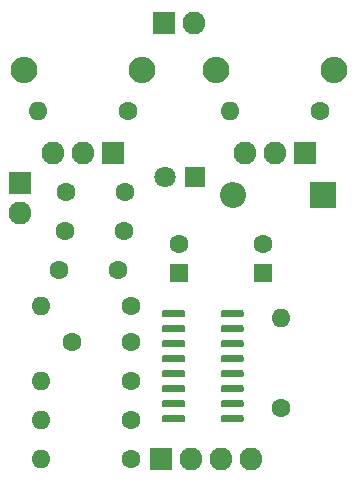
<source format=gts>
G04 #@! TF.GenerationSoftware,KiCad,Pcbnew,(5.99.0-1097-g51b994466)*
G04 #@! TF.CreationDate,2020-03-11T16:34:53+02:00*
G04 #@! TF.ProjectId,guanaco-rojo,6775616e-6163-46f2-9d72-6f6a6f2e6b69,rev?*
G04 #@! TF.SameCoordinates,Original*
G04 #@! TF.FileFunction,Soldermask,Top*
G04 #@! TF.FilePolarity,Negative*
%FSLAX46Y46*%
G04 Gerber Fmt 4.6, Leading zero omitted, Abs format (unit mm)*
G04 Created by KiCad (PCBNEW (5.99.0-1097-g51b994466)) date 2020-03-11 16:34:53*
%MOMM*%
%LPD*%
G01*
G04 APERTURE LIST*
%ADD10O,1.930400X1.930400*%
%ADD11R,1.930400X1.930400*%
%ADD12O,2.250000X2.250000*%
%ADD13C,1.800000*%
%ADD14R,1.800000X1.800000*%
%ADD15C,1.600000*%
%ADD16O,1.600000X1.600000*%
%ADD17O,2.200000X2.200000*%
%ADD18R,2.200000X2.200000*%
%ADD19R,1.600000X1.600000*%
G04 APERTURE END LIST*
D10*
X126746000Y-78994000D03*
D11*
X126746000Y-76454000D03*
D10*
X141478000Y-62865000D03*
D11*
X138938000Y-62865000D03*
G36*
X145597403Y-87214418D02*
G01*
X145646066Y-87246934D01*
X145678582Y-87295597D01*
X145690000Y-87353000D01*
X145690000Y-87653000D01*
X145678582Y-87710403D01*
X145646066Y-87759066D01*
X145597403Y-87791582D01*
X145540000Y-87803000D01*
X143890000Y-87803000D01*
X143832597Y-87791582D01*
X143783934Y-87759066D01*
X143751418Y-87710403D01*
X143740000Y-87653000D01*
X143740000Y-87353000D01*
X143751418Y-87295597D01*
X143783934Y-87246934D01*
X143832597Y-87214418D01*
X143890000Y-87203000D01*
X145540000Y-87203000D01*
X145597403Y-87214418D01*
G37*
G36*
X145597403Y-88484418D02*
G01*
X145646066Y-88516934D01*
X145678582Y-88565597D01*
X145690000Y-88623000D01*
X145690000Y-88923000D01*
X145678582Y-88980403D01*
X145646066Y-89029066D01*
X145597403Y-89061582D01*
X145540000Y-89073000D01*
X143890000Y-89073000D01*
X143832597Y-89061582D01*
X143783934Y-89029066D01*
X143751418Y-88980403D01*
X143740000Y-88923000D01*
X143740000Y-88623000D01*
X143751418Y-88565597D01*
X143783934Y-88516934D01*
X143832597Y-88484418D01*
X143890000Y-88473000D01*
X145540000Y-88473000D01*
X145597403Y-88484418D01*
G37*
G36*
X145597403Y-89754418D02*
G01*
X145646066Y-89786934D01*
X145678582Y-89835597D01*
X145690000Y-89893000D01*
X145690000Y-90193000D01*
X145678582Y-90250403D01*
X145646066Y-90299066D01*
X145597403Y-90331582D01*
X145540000Y-90343000D01*
X143890000Y-90343000D01*
X143832597Y-90331582D01*
X143783934Y-90299066D01*
X143751418Y-90250403D01*
X143740000Y-90193000D01*
X143740000Y-89893000D01*
X143751418Y-89835597D01*
X143783934Y-89786934D01*
X143832597Y-89754418D01*
X143890000Y-89743000D01*
X145540000Y-89743000D01*
X145597403Y-89754418D01*
G37*
G36*
X145597403Y-91024418D02*
G01*
X145646066Y-91056934D01*
X145678582Y-91105597D01*
X145690000Y-91163000D01*
X145690000Y-91463000D01*
X145678582Y-91520403D01*
X145646066Y-91569066D01*
X145597403Y-91601582D01*
X145540000Y-91613000D01*
X143890000Y-91613000D01*
X143832597Y-91601582D01*
X143783934Y-91569066D01*
X143751418Y-91520403D01*
X143740000Y-91463000D01*
X143740000Y-91163000D01*
X143751418Y-91105597D01*
X143783934Y-91056934D01*
X143832597Y-91024418D01*
X143890000Y-91013000D01*
X145540000Y-91013000D01*
X145597403Y-91024418D01*
G37*
G36*
X145597403Y-92294418D02*
G01*
X145646066Y-92326934D01*
X145678582Y-92375597D01*
X145690000Y-92433000D01*
X145690000Y-92733000D01*
X145678582Y-92790403D01*
X145646066Y-92839066D01*
X145597403Y-92871582D01*
X145540000Y-92883000D01*
X143890000Y-92883000D01*
X143832597Y-92871582D01*
X143783934Y-92839066D01*
X143751418Y-92790403D01*
X143740000Y-92733000D01*
X143740000Y-92433000D01*
X143751418Y-92375597D01*
X143783934Y-92326934D01*
X143832597Y-92294418D01*
X143890000Y-92283000D01*
X145540000Y-92283000D01*
X145597403Y-92294418D01*
G37*
G36*
X145597403Y-93564418D02*
G01*
X145646066Y-93596934D01*
X145678582Y-93645597D01*
X145690000Y-93703000D01*
X145690000Y-94003000D01*
X145678582Y-94060403D01*
X145646066Y-94109066D01*
X145597403Y-94141582D01*
X145540000Y-94153000D01*
X143890000Y-94153000D01*
X143832597Y-94141582D01*
X143783934Y-94109066D01*
X143751418Y-94060403D01*
X143740000Y-94003000D01*
X143740000Y-93703000D01*
X143751418Y-93645597D01*
X143783934Y-93596934D01*
X143832597Y-93564418D01*
X143890000Y-93553000D01*
X145540000Y-93553000D01*
X145597403Y-93564418D01*
G37*
G36*
X145597403Y-94834418D02*
G01*
X145646066Y-94866934D01*
X145678582Y-94915597D01*
X145690000Y-94973000D01*
X145690000Y-95273000D01*
X145678582Y-95330403D01*
X145646066Y-95379066D01*
X145597403Y-95411582D01*
X145540000Y-95423000D01*
X143890000Y-95423000D01*
X143832597Y-95411582D01*
X143783934Y-95379066D01*
X143751418Y-95330403D01*
X143740000Y-95273000D01*
X143740000Y-94973000D01*
X143751418Y-94915597D01*
X143783934Y-94866934D01*
X143832597Y-94834418D01*
X143890000Y-94823000D01*
X145540000Y-94823000D01*
X145597403Y-94834418D01*
G37*
G36*
X145597403Y-96104418D02*
G01*
X145646066Y-96136934D01*
X145678582Y-96185597D01*
X145690000Y-96243000D01*
X145690000Y-96543000D01*
X145678582Y-96600403D01*
X145646066Y-96649066D01*
X145597403Y-96681582D01*
X145540000Y-96693000D01*
X143890000Y-96693000D01*
X143832597Y-96681582D01*
X143783934Y-96649066D01*
X143751418Y-96600403D01*
X143740000Y-96543000D01*
X143740000Y-96243000D01*
X143751418Y-96185597D01*
X143783934Y-96136934D01*
X143832597Y-96104418D01*
X143890000Y-96093000D01*
X145540000Y-96093000D01*
X145597403Y-96104418D01*
G37*
G36*
X140647403Y-96104418D02*
G01*
X140696066Y-96136934D01*
X140728582Y-96185597D01*
X140740000Y-96243000D01*
X140740000Y-96543000D01*
X140728582Y-96600403D01*
X140696066Y-96649066D01*
X140647403Y-96681582D01*
X140590000Y-96693000D01*
X138940000Y-96693000D01*
X138882597Y-96681582D01*
X138833934Y-96649066D01*
X138801418Y-96600403D01*
X138790000Y-96543000D01*
X138790000Y-96243000D01*
X138801418Y-96185597D01*
X138833934Y-96136934D01*
X138882597Y-96104418D01*
X138940000Y-96093000D01*
X140590000Y-96093000D01*
X140647403Y-96104418D01*
G37*
G36*
X140647403Y-94834418D02*
G01*
X140696066Y-94866934D01*
X140728582Y-94915597D01*
X140740000Y-94973000D01*
X140740000Y-95273000D01*
X140728582Y-95330403D01*
X140696066Y-95379066D01*
X140647403Y-95411582D01*
X140590000Y-95423000D01*
X138940000Y-95423000D01*
X138882597Y-95411582D01*
X138833934Y-95379066D01*
X138801418Y-95330403D01*
X138790000Y-95273000D01*
X138790000Y-94973000D01*
X138801418Y-94915597D01*
X138833934Y-94866934D01*
X138882597Y-94834418D01*
X138940000Y-94823000D01*
X140590000Y-94823000D01*
X140647403Y-94834418D01*
G37*
G36*
X140647403Y-93564418D02*
G01*
X140696066Y-93596934D01*
X140728582Y-93645597D01*
X140740000Y-93703000D01*
X140740000Y-94003000D01*
X140728582Y-94060403D01*
X140696066Y-94109066D01*
X140647403Y-94141582D01*
X140590000Y-94153000D01*
X138940000Y-94153000D01*
X138882597Y-94141582D01*
X138833934Y-94109066D01*
X138801418Y-94060403D01*
X138790000Y-94003000D01*
X138790000Y-93703000D01*
X138801418Y-93645597D01*
X138833934Y-93596934D01*
X138882597Y-93564418D01*
X138940000Y-93553000D01*
X140590000Y-93553000D01*
X140647403Y-93564418D01*
G37*
G36*
X140647403Y-92294418D02*
G01*
X140696066Y-92326934D01*
X140728582Y-92375597D01*
X140740000Y-92433000D01*
X140740000Y-92733000D01*
X140728582Y-92790403D01*
X140696066Y-92839066D01*
X140647403Y-92871582D01*
X140590000Y-92883000D01*
X138940000Y-92883000D01*
X138882597Y-92871582D01*
X138833934Y-92839066D01*
X138801418Y-92790403D01*
X138790000Y-92733000D01*
X138790000Y-92433000D01*
X138801418Y-92375597D01*
X138833934Y-92326934D01*
X138882597Y-92294418D01*
X138940000Y-92283000D01*
X140590000Y-92283000D01*
X140647403Y-92294418D01*
G37*
G36*
X140647403Y-91024418D02*
G01*
X140696066Y-91056934D01*
X140728582Y-91105597D01*
X140740000Y-91163000D01*
X140740000Y-91463000D01*
X140728582Y-91520403D01*
X140696066Y-91569066D01*
X140647403Y-91601582D01*
X140590000Y-91613000D01*
X138940000Y-91613000D01*
X138882597Y-91601582D01*
X138833934Y-91569066D01*
X138801418Y-91520403D01*
X138790000Y-91463000D01*
X138790000Y-91163000D01*
X138801418Y-91105597D01*
X138833934Y-91056934D01*
X138882597Y-91024418D01*
X138940000Y-91013000D01*
X140590000Y-91013000D01*
X140647403Y-91024418D01*
G37*
G36*
X140647403Y-89754418D02*
G01*
X140696066Y-89786934D01*
X140728582Y-89835597D01*
X140740000Y-89893000D01*
X140740000Y-90193000D01*
X140728582Y-90250403D01*
X140696066Y-90299066D01*
X140647403Y-90331582D01*
X140590000Y-90343000D01*
X138940000Y-90343000D01*
X138882597Y-90331582D01*
X138833934Y-90299066D01*
X138801418Y-90250403D01*
X138790000Y-90193000D01*
X138790000Y-89893000D01*
X138801418Y-89835597D01*
X138833934Y-89786934D01*
X138882597Y-89754418D01*
X138940000Y-89743000D01*
X140590000Y-89743000D01*
X140647403Y-89754418D01*
G37*
G36*
X140647403Y-88484418D02*
G01*
X140696066Y-88516934D01*
X140728582Y-88565597D01*
X140740000Y-88623000D01*
X140740000Y-88923000D01*
X140728582Y-88980403D01*
X140696066Y-89029066D01*
X140647403Y-89061582D01*
X140590000Y-89073000D01*
X138940000Y-89073000D01*
X138882597Y-89061582D01*
X138833934Y-89029066D01*
X138801418Y-88980403D01*
X138790000Y-88923000D01*
X138790000Y-88623000D01*
X138801418Y-88565597D01*
X138833934Y-88516934D01*
X138882597Y-88484418D01*
X138940000Y-88473000D01*
X140590000Y-88473000D01*
X140647403Y-88484418D01*
G37*
G36*
X140647403Y-87214418D02*
G01*
X140696066Y-87246934D01*
X140728582Y-87295597D01*
X140740000Y-87353000D01*
X140740000Y-87653000D01*
X140728582Y-87710403D01*
X140696066Y-87759066D01*
X140647403Y-87791582D01*
X140590000Y-87803000D01*
X138940000Y-87803000D01*
X138882597Y-87791582D01*
X138833934Y-87759066D01*
X138801418Y-87710403D01*
X138790000Y-87653000D01*
X138790000Y-87353000D01*
X138801418Y-87295597D01*
X138833934Y-87246934D01*
X138882597Y-87214418D01*
X138940000Y-87203000D01*
X140590000Y-87203000D01*
X140647403Y-87214418D01*
G37*
D12*
X153336000Y-66914000D03*
X143336000Y-66914000D03*
D10*
X145796000Y-73914000D03*
X148336000Y-73914000D03*
D11*
X150876000Y-73914000D03*
D12*
X137080000Y-66914000D03*
X127080000Y-66914000D03*
D10*
X129540000Y-73914000D03*
X132080000Y-73914000D03*
D11*
X134620000Y-73914000D03*
D10*
X146304000Y-99822000D03*
X143764000Y-99822000D03*
X141224000Y-99822000D03*
D11*
X138684000Y-99822000D03*
D13*
X139065000Y-75946000D03*
D14*
X141605000Y-75946000D03*
D15*
X135048000Y-83820000D03*
X130048000Y-83820000D03*
D16*
X148844000Y-87884000D03*
D15*
X148844000Y-95504000D03*
D16*
X128270000Y-70358000D03*
D15*
X135890000Y-70358000D03*
D16*
X128524000Y-93218000D03*
D15*
X136144000Y-93218000D03*
D16*
X128524000Y-86868000D03*
D15*
X136144000Y-86868000D03*
D16*
X128524000Y-99822000D03*
D15*
X136144000Y-99822000D03*
D16*
X128524000Y-96520000D03*
D15*
X136144000Y-96520000D03*
D16*
X144526000Y-70358000D03*
D15*
X152146000Y-70358000D03*
D17*
X144780000Y-77470000D03*
D18*
X152400000Y-77470000D03*
D15*
X140208000Y-81574000D03*
D19*
X140208000Y-84074000D03*
D15*
X131144000Y-89916000D03*
X136144000Y-89916000D03*
X130636000Y-77216000D03*
X135636000Y-77216000D03*
X135556000Y-80518000D03*
X130556000Y-80518000D03*
X147320000Y-81574000D03*
D19*
X147320000Y-84074000D03*
M02*

</source>
